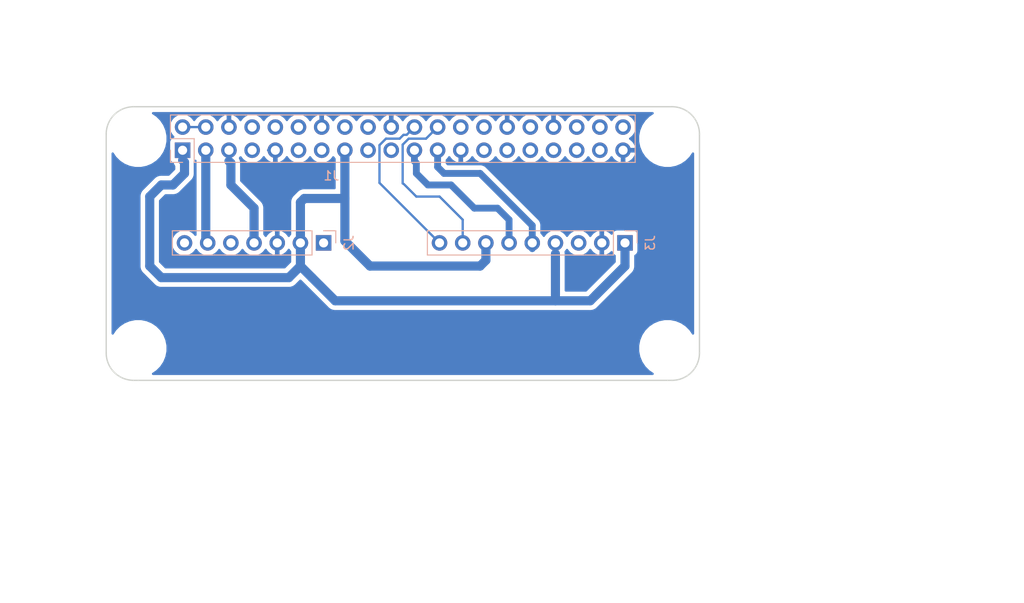
<source format=kicad_pcb>
(kicad_pcb (version 20171130) (host pcbnew "(5.1.4)-1")

  (general
    (thickness 1.6)
    (drawings 19)
    (tracks 68)
    (zones 0)
    (modules 7)
    (nets 34)
  )

  (page A4)
  (title_block
    (title "Raspberry Pi Zero (W) uHAT Template Board")
    (date 2019-02-28)
    (rev 1.0)
    (comment 1 "This PCB design is licensed under MIT Open Source License.")
  )

  (layers
    (0 F.Cu signal)
    (31 B.Cu signal)
    (32 B.Adhes user)
    (33 F.Adhes user)
    (34 B.Paste user)
    (35 F.Paste user)
    (36 B.SilkS user)
    (37 F.SilkS user)
    (38 B.Mask user)
    (39 F.Mask user)
    (40 Dwgs.User user)
    (41 Cmts.User user)
    (42 Eco1.User user)
    (43 Eco2.User user)
    (44 Edge.Cuts user)
    (45 Margin user)
    (46 B.CrtYd user)
    (47 F.CrtYd user)
    (48 B.Fab user hide)
    (49 F.Fab user hide)
  )

  (setup
    (last_trace_width 0.25)
    (trace_clearance 0.2)
    (zone_clearance 0.508)
    (zone_45_only no)
    (trace_min 0.2)
    (via_size 0.8)
    (via_drill 0.4)
    (via_min_size 0.4)
    (via_min_drill 0.3)
    (uvia_size 0.3)
    (uvia_drill 0.1)
    (uvias_allowed no)
    (uvia_min_size 0.2)
    (uvia_min_drill 0.1)
    (edge_width 0.15)
    (segment_width 0.2)
    (pcb_text_width 0.3)
    (pcb_text_size 1.5 1.5)
    (mod_edge_width 0.15)
    (mod_text_size 1 1)
    (mod_text_width 0.15)
    (pad_size 1.524 1.524)
    (pad_drill 0.762)
    (pad_to_mask_clearance 0.051)
    (solder_mask_min_width 0.25)
    (aux_axis_origin 0 0)
    (grid_origin 121.032 94.568)
    (visible_elements 7FFFFFFF)
    (pcbplotparams
      (layerselection 0x010fc_ffffffff)
      (usegerberextensions false)
      (usegerberattributes false)
      (usegerberadvancedattributes false)
      (creategerberjobfile false)
      (excludeedgelayer true)
      (linewidth 0.100000)
      (plotframeref false)
      (viasonmask false)
      (mode 1)
      (useauxorigin false)
      (hpglpennumber 1)
      (hpglpenspeed 20)
      (hpglpendiameter 15.000000)
      (psnegative false)
      (psa4output false)
      (plotreference true)
      (plotvalue true)
      (plotinvisibletext false)
      (padsonsilk false)
      (subtractmaskfromsilk false)
      (outputformat 1)
      (mirror false)
      (drillshape 1)
      (scaleselection 1)
      (outputdirectory ""))
  )

  (net 0 "")
  (net 1 +3V3)
  (net 2 +5V)
  (net 3 /GPIO2_SDA1)
  (net 4 /GPIO3_SCL1)
  (net 5 GND)
  (net 6 /GPIO4_GPIO_GCLK)
  (net 7 /GPIO14_TXD0)
  (net 8 /GPIO15_RXD0)
  (net 9 /GPIO17_GEN0)
  (net 10 /GPIO18_GEN1)
  (net 11 /GPIO27_GEN2)
  (net 12 /GPIO23_GEN4)
  (net 13 /GPIO24_GEN5)
  (net 14 /GPIO9_SPI_MISO)
  (net 15 /GPIO25_GEN6)
  (net 16 /GPIO11_SPI_SCLK)
  (net 17 /GPIO8_SPI_CE0_N)
  (net 18 /GPIO7_SPI_CE1_N)
  (net 19 /ID_SD)
  (net 20 /ID_SC)
  (net 21 /GPIO5)
  (net 22 /GPIO6)
  (net 23 /GPIO12)
  (net 24 /GPIO13)
  (net 25 /GPIO19)
  (net 26 /GPIO16)
  (net 27 /GPIO26)
  (net 28 /GPIO20)
  (net 29 /GPIO21)
  (net 30 "Net-(J2-Pad7)")
  (net 31 "Net-(J2-Pad5)")
  (net 32 "Net-(J2-Pad1)")
  (net 33 "Net-(J3-Pad3)")

  (net_class Default "This is the default net class."
    (clearance 0.2)
    (trace_width 0.25)
    (via_dia 0.8)
    (via_drill 0.4)
    (uvia_dia 0.3)
    (uvia_drill 0.1)
    (add_net +3V3)
    (add_net +5V)
    (add_net /GPIO11_SPI_SCLK)
    (add_net /GPIO12)
    (add_net /GPIO13)
    (add_net /GPIO14_TXD0)
    (add_net /GPIO15_RXD0)
    (add_net /GPIO16)
    (add_net /GPIO17_GEN0)
    (add_net /GPIO18_GEN1)
    (add_net /GPIO19)
    (add_net /GPIO20)
    (add_net /GPIO21)
    (add_net /GPIO23_GEN4)
    (add_net /GPIO24_GEN5)
    (add_net /GPIO25_GEN6)
    (add_net /GPIO26)
    (add_net /GPIO27_GEN2)
    (add_net /GPIO2_SDA1)
    (add_net /GPIO3_SCL1)
    (add_net /GPIO4_GPIO_GCLK)
    (add_net /GPIO5)
    (add_net /GPIO6)
    (add_net /GPIO7_SPI_CE1_N)
    (add_net /GPIO8_SPI_CE0_N)
    (add_net /GPIO9_SPI_MISO)
    (add_net /ID_SC)
    (add_net /ID_SD)
    (add_net GND)
    (add_net "Net-(J2-Pad1)")
    (add_net "Net-(J2-Pad5)")
    (add_net "Net-(J2-Pad7)")
    (add_net "Net-(J3-Pad3)")
  )

  (module Connector_PinSocket_2.54mm:PinSocket_1x09_P2.54mm_Vertical (layer B.Cu) (tedit 5A19A431) (tstamp 5DA58DF6)
    (at 174.372 105.998 90)
    (descr "Through hole straight socket strip, 1x09, 2.54mm pitch, single row (from Kicad 4.0.7), script generated")
    (tags "Through hole socket strip THT 1x09 2.54mm single row")
    (path /5DA5D048)
    (fp_text reference J3 (at 0 2.77 270) (layer B.SilkS)
      (effects (font (size 1 1) (thickness 0.15)) (justify mirror))
    )
    (fp_text value RFM95W_CONNECTOR (at 0 -23.09 270) (layer B.Fab)
      (effects (font (size 1 1) (thickness 0.15)) (justify mirror))
    )
    (fp_line (start -1.27 1.27) (end 0.635 1.27) (layer B.Fab) (width 0.1))
    (fp_line (start 0.635 1.27) (end 1.27 0.635) (layer B.Fab) (width 0.1))
    (fp_line (start 1.27 0.635) (end 1.27 -21.59) (layer B.Fab) (width 0.1))
    (fp_line (start 1.27 -21.59) (end -1.27 -21.59) (layer B.Fab) (width 0.1))
    (fp_line (start -1.27 -21.59) (end -1.27 1.27) (layer B.Fab) (width 0.1))
    (fp_line (start -1.33 -1.27) (end 1.33 -1.27) (layer B.SilkS) (width 0.12))
    (fp_line (start -1.33 -1.27) (end -1.33 -21.65) (layer B.SilkS) (width 0.12))
    (fp_line (start -1.33 -21.65) (end 1.33 -21.65) (layer B.SilkS) (width 0.12))
    (fp_line (start 1.33 -1.27) (end 1.33 -21.65) (layer B.SilkS) (width 0.12))
    (fp_line (start 1.33 1.33) (end 1.33 0) (layer B.SilkS) (width 0.12))
    (fp_line (start 0 1.33) (end 1.33 1.33) (layer B.SilkS) (width 0.12))
    (fp_line (start -1.8 1.8) (end 1.75 1.8) (layer B.CrtYd) (width 0.05))
    (fp_line (start 1.75 1.8) (end 1.75 -22.1) (layer B.CrtYd) (width 0.05))
    (fp_line (start 1.75 -22.1) (end -1.8 -22.1) (layer B.CrtYd) (width 0.05))
    (fp_line (start -1.8 -22.1) (end -1.8 1.8) (layer B.CrtYd) (width 0.05))
    (fp_text user %R (at 0 -10.16) (layer B.Fab)
      (effects (font (size 1 1) (thickness 0.15)) (justify mirror))
    )
    (pad 1 thru_hole rect (at 0 0 90) (size 1.7 1.7) (drill 1) (layers *.Cu *.Mask)
      (net 1 +3V3))
    (pad 2 thru_hole oval (at 0 -2.54 90) (size 1.7 1.7) (drill 1) (layers *.Cu *.Mask)
      (net 5 GND))
    (pad 3 thru_hole oval (at 0 -5.08 90) (size 1.7 1.7) (drill 1) (layers *.Cu *.Mask)
      (net 33 "Net-(J3-Pad3)"))
    (pad 4 thru_hole oval (at 0 -7.62 90) (size 1.7 1.7) (drill 1) (layers *.Cu *.Mask)
      (net 1 +3V3))
    (pad 5 thru_hole oval (at 0 -10.16 90) (size 1.7 1.7) (drill 1) (layers *.Cu *.Mask)
      (net 16 /GPIO11_SPI_SCLK))
    (pad 6 thru_hole oval (at 0 -12.7 90) (size 1.7 1.7) (drill 1) (layers *.Cu *.Mask)
      (net 14 /GPIO9_SPI_MISO))
    (pad 7 thru_hole oval (at 0 -15.24 90) (size 1.7 1.7) (drill 1) (layers *.Cu *.Mask)
      (net 1 +3V3))
    (pad 8 thru_hole oval (at 0 -17.78 90) (size 1.7 1.7) (drill 1) (layers *.Cu *.Mask)
      (net 17 /GPIO8_SPI_CE0_N))
    (pad 9 thru_hole oval (at 0 -20.32 90) (size 1.7 1.7) (drill 1) (layers *.Cu *.Mask)
      (net 15 /GPIO25_GEN6))
    (model ${KISYS3DMOD}/Connector_PinSocket_2.54mm.3dshapes/PinSocket_1x09_P2.54mm_Vertical.wrl
      (at (xyz 0 0 0))
      (scale (xyz 1 1 1))
      (rotate (xyz 0 0 0))
    )
  )

  (module Connector_PinSocket_2.54mm:PinSocket_1x07_P2.54mm_Vertical (layer B.Cu) (tedit 5A19A433) (tstamp 5DA58E48)
    (at 141.352 105.998 90)
    (descr "Through hole straight socket strip, 1x07, 2.54mm pitch, single row (from Kicad 4.0.7), script generated")
    (tags "Through hole socket strip THT 1x07 2.54mm single row")
    (path /5DA5C111)
    (fp_text reference J2 (at 0 2.77 270) (layer B.SilkS)
      (effects (font (size 1 1) (thickness 0.15)) (justify mirror))
    )
    (fp_text value BME680_CONNECTOR (at 0 -18.01 270) (layer B.Fab)
      (effects (font (size 1 1) (thickness 0.15)) (justify mirror))
    )
    (fp_text user %R (at 0 -7.62) (layer B.Fab)
      (effects (font (size 1 1) (thickness 0.15)) (justify mirror))
    )
    (fp_line (start -1.8 -17) (end -1.8 1.8) (layer B.CrtYd) (width 0.05))
    (fp_line (start 1.75 -17) (end -1.8 -17) (layer B.CrtYd) (width 0.05))
    (fp_line (start 1.75 1.8) (end 1.75 -17) (layer B.CrtYd) (width 0.05))
    (fp_line (start -1.8 1.8) (end 1.75 1.8) (layer B.CrtYd) (width 0.05))
    (fp_line (start 0 1.33) (end 1.33 1.33) (layer B.SilkS) (width 0.12))
    (fp_line (start 1.33 1.33) (end 1.33 0) (layer B.SilkS) (width 0.12))
    (fp_line (start 1.33 -1.27) (end 1.33 -16.57) (layer B.SilkS) (width 0.12))
    (fp_line (start -1.33 -16.57) (end 1.33 -16.57) (layer B.SilkS) (width 0.12))
    (fp_line (start -1.33 -1.27) (end -1.33 -16.57) (layer B.SilkS) (width 0.12))
    (fp_line (start -1.33 -1.27) (end 1.33 -1.27) (layer B.SilkS) (width 0.12))
    (fp_line (start -1.27 -16.51) (end -1.27 1.27) (layer B.Fab) (width 0.1))
    (fp_line (start 1.27 -16.51) (end -1.27 -16.51) (layer B.Fab) (width 0.1))
    (fp_line (start 1.27 0.635) (end 1.27 -16.51) (layer B.Fab) (width 0.1))
    (fp_line (start 0.635 1.27) (end 1.27 0.635) (layer B.Fab) (width 0.1))
    (fp_line (start -1.27 1.27) (end 0.635 1.27) (layer B.Fab) (width 0.1))
    (pad 7 thru_hole oval (at 0 -15.24 90) (size 1.7 1.7) (drill 1) (layers *.Cu *.Mask)
      (net 30 "Net-(J2-Pad7)"))
    (pad 6 thru_hole oval (at 0 -12.7 90) (size 1.7 1.7) (drill 1) (layers *.Cu *.Mask)
      (net 3 /GPIO2_SDA1))
    (pad 5 thru_hole oval (at 0 -10.16 90) (size 1.7 1.7) (drill 1) (layers *.Cu *.Mask)
      (net 31 "Net-(J2-Pad5)"))
    (pad 4 thru_hole oval (at 0 -7.62 90) (size 1.7 1.7) (drill 1) (layers *.Cu *.Mask)
      (net 4 /GPIO3_SCL1))
    (pad 3 thru_hole oval (at 0 -5.08 90) (size 1.7 1.7) (drill 1) (layers *.Cu *.Mask)
      (net 5 GND))
    (pad 2 thru_hole oval (at 0 -2.54 90) (size 1.7 1.7) (drill 1) (layers *.Cu *.Mask)
      (net 1 +3V3))
    (pad 1 thru_hole rect (at 0 0 90) (size 1.7 1.7) (drill 1) (layers *.Cu *.Mask)
      (net 32 "Net-(J2-Pad1)"))
    (model ${KISYS3DMOD}/Connector_PinSocket_2.54mm.3dshapes/PinSocket_1x07_P2.54mm_Vertical.wrl
      (at (xyz 0 0 0))
      (scale (xyz 1 1 1))
      (rotate (xyz 0 0 0))
    )
  )

  (module lib:PinSocket_2x20_P2.54mm_Vertical_Centered_Anchor (layer B.Cu) (tedit 5C78E1B8) (tstamp 5C78EB08)
    (at 125.902 95.838 270)
    (descr "Through hole straight socket strip, 2x20, 2.54mm pitch, double cols (from Kicad 4.0.7), script generated")
    (tags "Through hole socket strip THT 2x20 2.54mm double row")
    (path /5C77771F)
    (fp_text reference J1 (at 2.8 -16.3) (layer B.SilkS)
      (effects (font (size 1 1) (thickness 0.15)) (justify mirror))
    )
    (fp_text value GPIO_CONNECTOR (at 2.7 -27.3) (layer B.Fab)
      (effects (font (size 1 1) (thickness 0.15)) (justify mirror))
    )
    (fp_line (start -3.81 1.27) (end 0.27 1.27) (layer B.Fab) (width 0.1))
    (fp_line (start 0.27 1.27) (end 1.27 0.27) (layer B.Fab) (width 0.1))
    (fp_line (start 1.27 0.27) (end 1.27 -49.53) (layer B.Fab) (width 0.1))
    (fp_line (start 1.27 -49.53) (end -3.81 -49.53) (layer B.Fab) (width 0.1))
    (fp_line (start -3.81 -49.53) (end -3.81 1.27) (layer B.Fab) (width 0.1))
    (fp_line (start -3.87 1.33) (end -1.27 1.33) (layer B.SilkS) (width 0.12))
    (fp_line (start -3.87 1.33) (end -3.87 -49.59) (layer B.SilkS) (width 0.12))
    (fp_line (start -3.87 -49.59) (end 1.33 -49.59) (layer B.SilkS) (width 0.12))
    (fp_line (start 1.33 -1.27) (end 1.33 -49.59) (layer B.SilkS) (width 0.12))
    (fp_line (start -1.27 -1.27) (end 1.33 -1.27) (layer B.SilkS) (width 0.12))
    (fp_line (start -1.27 1.33) (end -1.27 -1.27) (layer B.SilkS) (width 0.12))
    (fp_line (start 1.33 1.33) (end 1.33 0) (layer B.SilkS) (width 0.12))
    (fp_line (start 0 1.33) (end 1.33 1.33) (layer B.SilkS) (width 0.12))
    (fp_line (start -4.34 1.8) (end 1.76 1.8) (layer B.CrtYd) (width 0.05))
    (fp_line (start 1.76 1.8) (end 1.76 -50) (layer B.CrtYd) (width 0.05))
    (fp_line (start 1.76 -50) (end -4.34 -50) (layer B.CrtYd) (width 0.05))
    (fp_line (start -4.34 -50) (end -4.34 1.8) (layer B.CrtYd) (width 0.05))
    (fp_text user %R (at 2.8 -18.3 180) (layer B.Fab)
      (effects (font (size 1 1) (thickness 0.15)) (justify mirror))
    )
    (pad 1 thru_hole rect (at 0 0 270) (size 1.7 1.7) (drill 1) (layers *.Cu *.Mask)
      (net 1 +3V3))
    (pad 2 thru_hole oval (at -2.54 0 270) (size 1.7 1.7) (drill 1) (layers *.Cu *.Mask)
      (net 2 +5V))
    (pad 3 thru_hole oval (at 0 -2.54 270) (size 1.7 1.7) (drill 1) (layers *.Cu *.Mask)
      (net 3 /GPIO2_SDA1))
    (pad 4 thru_hole oval (at -2.54 -2.54 270) (size 1.7 1.7) (drill 1) (layers *.Cu *.Mask)
      (net 2 +5V))
    (pad 5 thru_hole oval (at 0 -5.08 270) (size 1.7 1.7) (drill 1) (layers *.Cu *.Mask)
      (net 4 /GPIO3_SCL1))
    (pad 6 thru_hole oval (at -2.54 -5.08 270) (size 1.7 1.7) (drill 1) (layers *.Cu *.Mask)
      (net 5 GND))
    (pad 7 thru_hole oval (at 0 -7.62 270) (size 1.7 1.7) (drill 1) (layers *.Cu *.Mask)
      (net 6 /GPIO4_GPIO_GCLK))
    (pad 8 thru_hole oval (at -2.54 -7.62 270) (size 1.7 1.7) (drill 1) (layers *.Cu *.Mask)
      (net 7 /GPIO14_TXD0))
    (pad 9 thru_hole oval (at 0 -10.16 270) (size 1.7 1.7) (drill 1) (layers *.Cu *.Mask)
      (net 5 GND))
    (pad 10 thru_hole oval (at -2.54 -10.16 270) (size 1.7 1.7) (drill 1) (layers *.Cu *.Mask)
      (net 8 /GPIO15_RXD0))
    (pad 11 thru_hole oval (at 0 -12.7 270) (size 1.7 1.7) (drill 1) (layers *.Cu *.Mask)
      (net 9 /GPIO17_GEN0))
    (pad 12 thru_hole oval (at -2.54 -12.7 270) (size 1.7 1.7) (drill 1) (layers *.Cu *.Mask)
      (net 10 /GPIO18_GEN1))
    (pad 13 thru_hole oval (at 0 -15.24 270) (size 1.7 1.7) (drill 1) (layers *.Cu *.Mask)
      (net 11 /GPIO27_GEN2))
    (pad 14 thru_hole oval (at -2.54 -15.24 270) (size 1.7 1.7) (drill 1) (layers *.Cu *.Mask)
      (net 5 GND))
    (pad 15 thru_hole oval (at 0 -17.78 270) (size 1.7 1.7) (drill 1) (layers *.Cu *.Mask)
      (net 1 +3V3))
    (pad 16 thru_hole oval (at -2.54 -17.78 270) (size 1.7 1.7) (drill 1) (layers *.Cu *.Mask)
      (net 12 /GPIO23_GEN4))
    (pad 17 thru_hole oval (at 0 -20.32 270) (size 1.7 1.7) (drill 1) (layers *.Cu *.Mask)
      (net 1 +3V3))
    (pad 18 thru_hole oval (at -2.54 -20.32 270) (size 1.7 1.7) (drill 1) (layers *.Cu *.Mask)
      (net 13 /GPIO24_GEN5))
    (pad 19 thru_hole oval (at 0 -22.86 270) (size 1.7 1.7) (drill 1) (layers *.Cu *.Mask)
      (net 1 +3V3))
    (pad 20 thru_hole oval (at -2.54 -22.86 270) (size 1.7 1.7) (drill 1) (layers *.Cu *.Mask)
      (net 5 GND))
    (pad 21 thru_hole oval (at 0 -25.4 270) (size 1.7 1.7) (drill 1) (layers *.Cu *.Mask)
      (net 14 /GPIO9_SPI_MISO))
    (pad 22 thru_hole oval (at -2.54 -25.4 270) (size 1.7 1.7) (drill 1) (layers *.Cu *.Mask)
      (net 15 /GPIO25_GEN6))
    (pad 23 thru_hole oval (at 0 -27.94 270) (size 1.7 1.7) (drill 1) (layers *.Cu *.Mask)
      (net 16 /GPIO11_SPI_SCLK))
    (pad 24 thru_hole oval (at -2.54 -27.94 270) (size 1.7 1.7) (drill 1) (layers *.Cu *.Mask)
      (net 17 /GPIO8_SPI_CE0_N))
    (pad 25 thru_hole oval (at 0 -30.48 270) (size 1.7 1.7) (drill 1) (layers *.Cu *.Mask)
      (net 5 GND))
    (pad 26 thru_hole oval (at -2.54 -30.48 270) (size 1.7 1.7) (drill 1) (layers *.Cu *.Mask)
      (net 18 /GPIO7_SPI_CE1_N))
    (pad 27 thru_hole oval (at 0 -33.02 270) (size 1.7 1.7) (drill 1) (layers *.Cu *.Mask)
      (net 19 /ID_SD))
    (pad 28 thru_hole oval (at -2.54 -33.02 270) (size 1.7 1.7) (drill 1) (layers *.Cu *.Mask)
      (net 20 /ID_SC))
    (pad 29 thru_hole oval (at 0 -35.56 270) (size 1.7 1.7) (drill 1) (layers *.Cu *.Mask)
      (net 21 /GPIO5))
    (pad 30 thru_hole oval (at -2.54 -35.56 270) (size 1.7 1.7) (drill 1) (layers *.Cu *.Mask)
      (net 5 GND))
    (pad 31 thru_hole oval (at 0 -38.1 270) (size 1.7 1.7) (drill 1) (layers *.Cu *.Mask)
      (net 22 /GPIO6))
    (pad 32 thru_hole oval (at -2.54 -38.1 270) (size 1.7 1.7) (drill 1) (layers *.Cu *.Mask)
      (net 23 /GPIO12))
    (pad 33 thru_hole oval (at 0 -40.64 270) (size 1.7 1.7) (drill 1) (layers *.Cu *.Mask)
      (net 24 /GPIO13))
    (pad 34 thru_hole oval (at -2.54 -40.64 270) (size 1.7 1.7) (drill 1) (layers *.Cu *.Mask)
      (net 5 GND))
    (pad 35 thru_hole oval (at 0 -43.18 270) (size 1.7 1.7) (drill 1) (layers *.Cu *.Mask)
      (net 25 /GPIO19))
    (pad 36 thru_hole oval (at -2.54 -43.18 270) (size 1.7 1.7) (drill 1) (layers *.Cu *.Mask)
      (net 26 /GPIO16))
    (pad 37 thru_hole oval (at 0 -45.72 270) (size 1.7 1.7) (drill 1) (layers *.Cu *.Mask)
      (net 27 /GPIO26))
    (pad 38 thru_hole oval (at -2.54 -45.72 270) (size 1.7 1.7) (drill 1) (layers *.Cu *.Mask)
      (net 28 /GPIO20))
    (pad 39 thru_hole oval (at 0 -48.26 270) (size 1.7 1.7) (drill 1) (layers *.Cu *.Mask)
      (net 5 GND))
    (pad 40 thru_hole oval (at -2.54 -48.26 270) (size 1.7 1.7) (drill 1) (layers *.Cu *.Mask)
      (net 29 /GPIO21))
    (model ${KISYS3DMOD}/Connector_PinSocket_2.54mm.3dshapes/PinSocket_2x20_P2.54mm_Vertical.wrl
      (at (xyz 0 0 0))
      (scale (xyz 1 1 1))
      (rotate (xyz 0 0 0))
    )
  )

  (module lib:MountingHole_2.7mm_M2.5_uHAT_RPi locked (layer F.Cu) (tedit 5C78B840) (tstamp 5C78BBE2)
    (at 121.032 94.568)
    (descr "Mounting Hole 2.7mm, no annular, M2.5")
    (tags "mounting hole 2.7mm no annular m2.5")
    (path /5C7C4C81)
    (attr virtual)
    (fp_text reference H1 (at 0 -3.7) (layer F.SilkS) hide
      (effects (font (size 1 1) (thickness 0.15)))
    )
    (fp_text value MountingHole (at 0 3.7) (layer F.Fab) hide
      (effects (font (size 1 1) (thickness 0.15)))
    )
    (fp_text user %R (at 0.3 0) (layer F.Fab)
      (effects (font (size 1 1) (thickness 0.15)))
    )
    (fp_circle (center 0 0) (end 2.7 0) (layer Cmts.User) (width 0.15))
    (fp_circle (center 0 0) (end 2.95 0) (layer F.CrtYd) (width 0.05))
    (pad "" np_thru_hole circle (at 0 0) (size 2.7 2.7) (drill 2.7) (layers *.Cu *.Mask)
      (clearance 1.75))
  )

  (module lib:MountingHole_2.7mm_M2.5_uHAT_RPi locked (layer F.Cu) (tedit 5C78B867) (tstamp 5C78BBE9)
    (at 179.032 94.568)
    (descr "Mounting Hole 2.7mm, no annular, M2.5")
    (tags "mounting hole 2.7mm no annular m2.5")
    (path /5C7C7FBC)
    (attr virtual)
    (fp_text reference H2 (at 0 -3.7) (layer F.SilkS) hide
      (effects (font (size 1 1) (thickness 0.15)))
    )
    (fp_text value MountingHole (at 0 3.7) (layer F.Fab) hide
      (effects (font (size 1 1) (thickness 0.15)))
    )
    (fp_circle (center 0 0) (end 2.95 0) (layer F.CrtYd) (width 0.05))
    (fp_circle (center 0 0) (end 2.7 0) (layer Cmts.User) (width 0.15))
    (fp_text user %R (at 0.3 0) (layer F.Fab)
      (effects (font (size 1 1) (thickness 0.15)))
    )
    (pad "" np_thru_hole circle (at 0 0) (size 2.7 2.7) (drill 2.7) (layers *.Cu *.Mask)
      (clearance 1.75))
  )

  (module lib:MountingHole_2.7mm_M2.5_uHAT_RPi locked (layer F.Cu) (tedit 5C78B860) (tstamp 5C78BBF0)
    (at 179.032 117.568)
    (descr "Mounting Hole 2.7mm, no annular, M2.5")
    (tags "mounting hole 2.7mm no annular m2.5")
    (path /5C7C8014)
    (attr virtual)
    (fp_text reference H3 (at 0 -3.7) (layer F.SilkS) hide
      (effects (font (size 1 1) (thickness 0.15)))
    )
    (fp_text value MountingHole (at 0 3.7) (layer F.Fab) hide
      (effects (font (size 1 1) (thickness 0.15)))
    )
    (fp_text user %R (at 0.3 0) (layer F.Fab)
      (effects (font (size 1 1) (thickness 0.15)))
    )
    (fp_circle (center 0 0) (end 2.7 0) (layer Cmts.User) (width 0.15))
    (fp_circle (center 0 0) (end 2.95 0) (layer F.CrtYd) (width 0.05))
    (pad "" np_thru_hole circle (at 0 0) (size 2.7 2.7) (drill 2.7) (layers *.Cu *.Mask)
      (clearance 1.75))
  )

  (module lib:MountingHole_2.7mm_M2.5_uHAT_RPi locked (layer F.Cu) (tedit 5C78B845) (tstamp 5C78BBF7)
    (at 121.032 117.568)
    (descr "Mounting Hole 2.7mm, no annular, M2.5")
    (tags "mounting hole 2.7mm no annular m2.5")
    (path /5C7C8030)
    (attr virtual)
    (fp_text reference H4 (at 0 -3.7) (layer F.SilkS) hide
      (effects (font (size 1 1) (thickness 0.15)))
    )
    (fp_text value MountingHole (at 0 3.7) (layer F.Fab) hide
      (effects (font (size 1 1) (thickness 0.15)))
    )
    (fp_circle (center 0 0) (end 2.95 0) (layer F.CrtYd) (width 0.05))
    (fp_circle (center 0 0) (end 2.7 0) (layer Cmts.User) (width 0.15))
    (fp_text user %R (at 0.3 0) (layer F.Fab)
      (effects (font (size 1 1) (thickness 0.15)))
    )
    (pad "" np_thru_hole circle (at 0 0) (size 2.7 2.7) (drill 2.7) (layers *.Cu *.Mask)
      (clearance 1.75))
  )

  (gr_text "Board dimensions are on Cmts (Comments) layer. \nDeselect it in Layers Manager to make them invisible.\n\nGPIO connector nets are not connected, these will get \nupdated as per your schematic/netlist." (at 120.524 139.272) (layer Cmts.User)
    (effects (font (size 1.5 1.5) (thickness 0.3)) (justify left))
  )
  (gr_text "Board Corner Radius = 3mm\nAll holes are M2.5" (at 184.278 87.202) (layer Cmts.User)
    (effects (font (size 1.5 1.5) (thickness 0.3)) (justify left))
  )
  (dimension 6.2 (width 0.3) (layer Cmts.User)
    (gr_text "6.200 mm" (at 179.032 129.268) (layer Cmts.User)
      (effects (font (size 1.5 1.5) (thickness 0.3)))
    )
    (feature1 (pts (xy 182.132 117.568) (xy 182.132 127.754421)))
    (feature2 (pts (xy 175.932 117.568) (xy 175.932 127.754421)))
    (crossbar (pts (xy 175.932 127.168) (xy 182.132 127.168)))
    (arrow1a (pts (xy 182.132 127.168) (xy 181.005496 127.754421)))
    (arrow1b (pts (xy 182.132 127.168) (xy 181.005496 126.581579)))
    (arrow2a (pts (xy 175.932 127.168) (xy 177.058504 127.754421)))
    (arrow2b (pts (xy 175.932 127.168) (xy 177.058504 126.581579)))
  )
  (dimension 3.5 (width 0.3) (layer Cmts.User)
    (gr_text "3.500 mm" (at 111.432 119.318 270) (layer Cmts.User)
      (effects (font (size 1.5 1.5) (thickness 0.3)))
    )
    (feature1 (pts (xy 121.032 121.068) (xy 112.945579 121.068)))
    (feature2 (pts (xy 121.032 117.568) (xy 112.945579 117.568)))
    (crossbar (pts (xy 113.532 117.568) (xy 113.532 121.068)))
    (arrow1a (pts (xy 113.532 121.068) (xy 112.945579 119.941496)))
    (arrow1b (pts (xy 113.532 121.068) (xy 114.118421 119.941496)))
    (arrow2a (pts (xy 113.532 117.568) (xy 112.945579 118.694504)))
    (arrow2b (pts (xy 113.532 117.568) (xy 114.118421 118.694504)))
  )
  (dimension 3.5 (width 0.3) (layer Cmts.User)
    (gr_text "3.500 mm" (at 119.282 125.668) (layer Cmts.User)
      (effects (font (size 1.5 1.5) (thickness 0.3)))
    )
    (feature1 (pts (xy 117.532 117.568) (xy 117.532 124.154421)))
    (feature2 (pts (xy 121.032 117.568) (xy 121.032 124.154421)))
    (crossbar (pts (xy 121.032 123.568) (xy 117.532 123.568)))
    (arrow1a (pts (xy 117.532 123.568) (xy 118.658504 122.981579)))
    (arrow1b (pts (xy 117.532 123.568) (xy 118.658504 124.154421)))
    (arrow2a (pts (xy 121.032 123.568) (xy 119.905496 122.981579)))
    (arrow2b (pts (xy 121.032 123.568) (xy 119.905496 124.154421)))
  )
  (dimension 30 (width 0.3) (layer Cmts.User)
    (gr_text "30.000 mm" (at 194.132 106.068 270) (layer Cmts.User)
      (effects (font (size 1.5 1.5) (thickness 0.3)))
    )
    (feature1 (pts (xy 179.032 121.068) (xy 192.618421 121.068)))
    (feature2 (pts (xy 179.032 91.068) (xy 192.618421 91.068)))
    (crossbar (pts (xy 192.032 91.068) (xy 192.032 121.068)))
    (arrow1a (pts (xy 192.032 121.068) (xy 191.445579 119.941496)))
    (arrow1b (pts (xy 192.032 121.068) (xy 192.618421 119.941496)))
    (arrow2a (pts (xy 192.032 91.068) (xy 191.445579 92.194504)))
    (arrow2b (pts (xy 192.032 91.068) (xy 192.618421 92.194504)))
  )
  (dimension 23 (width 0.3) (layer Cmts.User)
    (gr_text "23.000 mm" (at 188.632 106.068 270) (layer Cmts.User)
      (effects (font (size 1.5 1.5) (thickness 0.3)))
    )
    (feature1 (pts (xy 179.032 117.568) (xy 187.118421 117.568)))
    (feature2 (pts (xy 179.032 94.568) (xy 187.118421 94.568)))
    (crossbar (pts (xy 186.532 94.568) (xy 186.532 117.568)))
    (arrow1a (pts (xy 186.532 117.568) (xy 185.945579 116.441496)))
    (arrow1b (pts (xy 186.532 117.568) (xy 187.118421 116.441496)))
    (arrow2a (pts (xy 186.532 94.568) (xy 185.945579 95.694504)))
    (arrow2b (pts (xy 186.532 94.568) (xy 187.118421 95.694504)))
  )
  (dimension 65 (width 0.3) (layer Cmts.User)
    (gr_text "65.000 mm" (at 150.032 80.468) (layer Cmts.User)
      (effects (font (size 1.5 1.5) (thickness 0.3)))
    )
    (feature1 (pts (xy 182.532 94.568) (xy 182.532 81.981579)))
    (feature2 (pts (xy 117.532 94.568) (xy 117.532 81.981579)))
    (crossbar (pts (xy 117.532 82.568) (xy 182.532 82.568)))
    (arrow1a (pts (xy 182.532 82.568) (xy 181.405496 83.154421)))
    (arrow1b (pts (xy 182.532 82.568) (xy 181.405496 81.981579)))
    (arrow2a (pts (xy 117.532 82.568) (xy 118.658504 83.154421)))
    (arrow2b (pts (xy 117.532 82.568) (xy 118.658504 81.981579)))
  )
  (dimension 58 (width 0.3) (layer Cmts.User)
    (gr_text "58.000 mm" (at 150.032 84.968) (layer Cmts.User)
      (effects (font (size 1.5 1.5) (thickness 0.3)))
    )
    (feature1 (pts (xy 179.032 94.568) (xy 179.032 86.481579)))
    (feature2 (pts (xy 121.032 94.568) (xy 121.032 86.481579)))
    (crossbar (pts (xy 121.032 87.068) (xy 179.032 87.068)))
    (arrow1a (pts (xy 179.032 87.068) (xy 177.905496 87.654421)))
    (arrow1b (pts (xy 179.032 87.068) (xy 177.905496 86.481579)))
    (arrow2a (pts (xy 121.032 87.068) (xy 122.158504 87.654421)))
    (arrow2b (pts (xy 121.032 87.068) (xy 122.158504 86.481579)))
  )
  (gr_line (start 121.032 121.068) (end 120.532 121.068) (layer Edge.Cuts) (width 0.15) (tstamp 5C77FCD3))
  (gr_line (start 179.032 121.068) (end 179.532 121.068) (layer Edge.Cuts) (width 0.15) (tstamp 5C77FCD0))
  (gr_line (start 182.532 94.068) (end 182.532 118.068) (layer Edge.Cuts) (width 0.15) (tstamp 5C77FCCD))
  (gr_line (start 120.532 91.068) (end 179.532 91.068) (layer Edge.Cuts) (width 0.15) (tstamp 5C77FCCA))
  (gr_line (start 117.532 118.068) (end 117.532 94.068) (layer Edge.Cuts) (width 0.15) (tstamp 5C77FCC7))
  (gr_arc (start 120.532 94.068) (end 120.532 91.068) (angle -90) (layer Edge.Cuts) (width 0.15) (tstamp 5C77FCC4))
  (gr_arc (start 120.532 118.068) (end 117.532 118.068) (angle -90) (layer Edge.Cuts) (width 0.15) (tstamp 5C77FCC1))
  (gr_arc (start 179.532 118.068) (end 179.532 121.068) (angle -90) (layer Edge.Cuts) (width 0.15) (tstamp 5C77FCBE))
  (gr_arc (start 179.532 94.068) (end 182.532 94.068) (angle -90) (layer Edge.Cuts) (width 0.15) (tstamp 5C77FCBB))
  (gr_line (start 121.032 121.068) (end 179.032 121.068) (layer Edge.Cuts) (width 0.15) (tstamp 5C77FCB8))

  (segment (start 125.902 96.938) (end 126.112 97.148) (width 1) (layer B.Cu) (net 1))
  (segment (start 125.902 95.838) (end 125.902 96.938) (width 0.25) (layer B.Cu) (net 1) (status 10))
  (segment (start 126.112 97.148) (end 126.112 98.378) (width 1) (layer B.Cu) (net 1))
  (segment (start 126.112 98.378) (end 124.842 99.648) (width 1) (layer B.Cu) (net 1))
  (segment (start 124.842 99.648) (end 123.572 99.648) (width 1) (layer B.Cu) (net 1))
  (segment (start 123.572 99.648) (end 122.302 100.918) (width 1) (layer B.Cu) (net 1))
  (segment (start 122.302 100.918) (end 122.302 108.538) (width 1) (layer B.Cu) (net 1))
  (segment (start 122.302 108.538) (end 123.572 109.808) (width 1) (layer B.Cu) (net 1))
  (segment (start 123.572 109.808) (end 137.542 109.808) (width 1) (layer B.Cu) (net 1))
  (segment (start 137.542 109.808) (end 138.812 108.538) (width 1) (layer B.Cu) (net 1))
  (segment (start 140.082 109.808) (end 138.812 108.538) (width 1) (layer B.Cu) (net 1))
  (segment (start 174.372 105.998) (end 174.372 108.538) (width 1) (layer B.Cu) (net 1) (status 10))
  (segment (start 138.812 108.538) (end 138.812 105.998) (width 1) (layer B.Cu) (net 1) (status 20))
  (segment (start 138.812 105.998) (end 138.812 101.553) (width 1) (layer B.Cu) (net 1))
  (segment (start 170.562 112.348) (end 174.372 108.538) (width 1) (layer B.Cu) (net 1))
  (segment (start 140.082 109.808) (end 142.622 112.348) (width 1) (layer B.Cu) (net 1))
  (segment (start 174.372 108.538) (end 171.197 111.713) (width 1) (layer B.Cu) (net 1))
  (segment (start 125.902 93.298) (end 128.442 93.298) (width 0.25) (layer B.Cu) (net 2) (status 30))
  (segment (start 128.442 105.788) (end 128.652 105.998) (width 0.25) (layer B.Cu) (net 3) (status 30))
  (segment (start 128.442 95.838) (end 128.442 105.788) (width 1) (layer B.Cu) (net 3) (status 30))
  (segment (start 130.982 97.040081) (end 131.192 97.250081) (width 1) (layer B.Cu) (net 4))
  (segment (start 130.982 95.838) (end 130.982 97.040081) (width 0.25) (layer B.Cu) (net 4) (status 10))
  (segment (start 131.192 97.250081) (end 131.192 99.648) (width 1) (layer B.Cu) (net 4))
  (segment (start 133.732 102.188) (end 133.732 105.998) (width 1) (layer B.Cu) (net 4) (status 20))
  (segment (start 131.192 99.648) (end 133.732 102.188) (width 1) (layer B.Cu) (net 4))
  (segment (start 136.272 96.048) (end 136.062 95.838) (width 0.25) (layer B.Cu) (net 5) (status 30))
  (segment (start 135.261002 95.838) (end 136.062 95.838) (width 0.25) (layer B.Cu) (net 5) (status 30))
  (segment (start 146.432 108.538) (end 143.682 105.788) (width 1) (layer B.Cu) (net 1))
  (segment (start 159.132 105.998) (end 159.132 107.903) (width 1) (layer B.Cu) (net 1))
  (segment (start 159.132 107.903) (end 158.497 108.538) (width 1) (layer B.Cu) (net 1))
  (segment (start 158.497 108.538) (end 146.432 108.538) (width 1) (layer B.Cu) (net 1))
  (segment (start 139.237 101.128) (end 138.812 101.553) (width 1) (layer B.Cu) (net 1))
  (segment (start 143.682 101.128) (end 139.237 101.128) (width 1) (layer B.Cu) (net 1))
  (segment (start 143.682 101.128) (end 143.682 95.838) (width 1) (layer B.Cu) (net 1))
  (segment (start 143.682 105.788) (end 143.682 101.128) (width 1) (layer B.Cu) (net 1))
  (segment (start 166.752 107.200081) (end 166.752 112.348) (width 1) (layer B.Cu) (net 1))
  (segment (start 166.752 105.998) (end 166.752 107.200081) (width 0.25) (layer B.Cu) (net 1))
  (segment (start 142.622 112.348) (end 166.752 112.348) (width 1) (layer B.Cu) (net 1))
  (segment (start 166.752 112.348) (end 170.562 112.348) (width 1) (layer B.Cu) (net 1))
  (segment (start 151.302 97.040081) (end 151.512 97.250081) (width 0.75) (layer B.Cu) (net 14))
  (segment (start 151.302 95.838) (end 151.302 97.040081) (width 0.75) (layer B.Cu) (net 14) (status 10))
  (segment (start 151.512 97.250081) (end 151.512 98.378) (width 0.75) (layer B.Cu) (net 14))
  (segment (start 151.512 98.378) (end 152.782 99.648) (width 0.75) (layer B.Cu) (net 14))
  (segment (start 152.782 99.648) (end 155.322 99.648) (width 0.75) (layer B.Cu) (net 14))
  (segment (start 155.322 99.648) (end 157.862 102.188) (width 0.75) (layer B.Cu) (net 14))
  (segment (start 157.862 102.188) (end 160.402 102.188) (width 0.75) (layer B.Cu) (net 14))
  (segment (start 161.672 103.458) (end 161.672 105.998) (width 0.75) (layer B.Cu) (net 14) (status 20))
  (segment (start 160.402 102.188) (end 161.672 103.458) (width 0.75) (layer B.Cu) (net 14))
  (segment (start 147.4734 99.4194) (end 154.052 105.998) (width 0.25) (layer B.Cu) (net 15))
  (segment (start 147.4734 95.2792) (end 147.4734 99.4194) (width 0.25) (layer B.Cu) (net 15))
  (segment (start 150.452001 94.147999) (end 150.103201 94.147999) (width 0.25) (layer B.Cu) (net 15))
  (segment (start 151.302 93.298) (end 150.452001 94.147999) (width 0.25) (layer B.Cu) (net 15))
  (segment (start 150.103201 94.147999) (end 149.6832 94.568) (width 0.25) (layer B.Cu) (net 15))
  (segment (start 148.1846 94.568) (end 147.4734 95.2792) (width 0.25) (layer B.Cu) (net 15))
  (segment (start 149.6832 94.568) (end 148.1846 94.568) (width 0.25) (layer B.Cu) (net 15))
  (segment (start 164.212 104.093) (end 164.212 106.633) (width 0.75) (layer B.Cu) (net 16))
  (segment (start 153.842 97.675081) (end 154.544919 98.378) (width 0.75) (layer B.Cu) (net 16))
  (segment (start 154.544919 98.378) (end 158.497 98.378) (width 0.75) (layer B.Cu) (net 16))
  (segment (start 158.497 98.378) (end 164.212 104.093) (width 0.75) (layer B.Cu) (net 16))
  (segment (start 153.842 97.675081) (end 153.842 95.838) (width 0.75) (layer B.Cu) (net 16))
  (segment (start 156.592 103.458) (end 156.592 105.998) (width 0.25) (layer B.Cu) (net 17) (status 20))
  (segment (start 151.512 100.918) (end 154.052 100.918) (width 0.25) (layer B.Cu) (net 17))
  (segment (start 154.052 100.918) (end 156.592 103.458) (width 0.25) (layer B.Cu) (net 17))
  (segment (start 150.126999 99.532999) (end 151.512 100.918) (width 0.25) (layer B.Cu) (net 17))
  (segment (start 150.0134 95.2284) (end 150.0134 99.4874) (width 0.25) (layer B.Cu) (net 17))
  (segment (start 150.6738 94.568) (end 150.0134 95.2284) (width 0.25) (layer B.Cu) (net 17))
  (segment (start 152.572 94.568) (end 153.842 93.298) (width 0.25) (layer B.Cu) (net 17))
  (segment (start 150.6738 94.568) (end 152.572 94.568) (width 0.25) (layer B.Cu) (net 17))

  (zone (net 5) (net_name GND) (layer B.Cu) (tstamp 0) (hatch edge 0.508)
    (connect_pads (clearance 0.508))
    (min_thickness 0.254)
    (fill yes (arc_segments 32) (thermal_gap 0.508) (thermal_bridge_width 0.508))
    (polygon
      (pts
        (xy 115.952 90.758) (xy 183.262 90.758) (xy 183.262 122.508) (xy 115.952 122.508)
      )
    )
    (filled_polygon
      (pts
        (xy 176.974907 92.061425) (xy 176.525425 92.510907) (xy 176.17227 93.039442) (xy 175.929012 93.626719) (xy 175.805 94.250168)
        (xy 175.805 94.885832) (xy 175.929012 95.509281) (xy 176.17227 96.096558) (xy 176.525425 96.625093) (xy 176.974907 97.074575)
        (xy 177.503442 97.42773) (xy 178.090719 97.670988) (xy 178.714168 97.795) (xy 179.349832 97.795) (xy 179.973281 97.670988)
        (xy 180.560558 97.42773) (xy 181.089093 97.074575) (xy 181.538575 96.625093) (xy 181.822 96.200916) (xy 181.822001 115.935085)
        (xy 181.538575 115.510907) (xy 181.089093 115.061425) (xy 180.560558 114.70827) (xy 179.973281 114.465012) (xy 179.349832 114.341)
        (xy 178.714168 114.341) (xy 178.090719 114.465012) (xy 177.503442 114.70827) (xy 176.974907 115.061425) (xy 176.525425 115.510907)
        (xy 176.17227 116.039442) (xy 175.929012 116.626719) (xy 175.805 117.250168) (xy 175.805 117.885832) (xy 175.929012 118.509281)
        (xy 176.17227 119.096558) (xy 176.525425 119.625093) (xy 176.974907 120.074575) (xy 177.399083 120.358) (xy 122.664917 120.358)
        (xy 123.089093 120.074575) (xy 123.538575 119.625093) (xy 123.89173 119.096558) (xy 124.134988 118.509281) (xy 124.259 117.885832)
        (xy 124.259 117.250168) (xy 124.134988 116.626719) (xy 123.89173 116.039442) (xy 123.538575 115.510907) (xy 123.089093 115.061425)
        (xy 122.560558 114.70827) (xy 121.973281 114.465012) (xy 121.349832 114.341) (xy 120.714168 114.341) (xy 120.090719 114.465012)
        (xy 119.503442 114.70827) (xy 118.974907 115.061425) (xy 118.525425 115.510907) (xy 118.242 115.935083) (xy 118.242 100.918)
        (xy 121.161509 100.918) (xy 121.167 100.973752) (xy 121.167001 108.482239) (xy 121.161509 108.538) (xy 121.183423 108.760498)
        (xy 121.248324 108.974446) (xy 121.285959 109.044856) (xy 121.353717 109.171623) (xy 121.495552 109.344449) (xy 121.53886 109.379991)
        (xy 122.730008 110.57114) (xy 122.765551 110.614449) (xy 122.938377 110.756284) (xy 123.135553 110.861676) (xy 123.299705 110.911471)
        (xy 123.3495 110.926577) (xy 123.370493 110.928644) (xy 123.516248 110.943) (xy 123.516255 110.943) (xy 123.571999 110.94849)
        (xy 123.627743 110.943) (xy 137.486249 110.943) (xy 137.542 110.948491) (xy 137.597751 110.943) (xy 137.597752 110.943)
        (xy 137.764499 110.926577) (xy 137.978447 110.861676) (xy 138.175623 110.756284) (xy 138.348449 110.614449) (xy 138.383996 110.571135)
        (xy 138.812 110.143132) (xy 139.318856 110.649988) (xy 139.318861 110.649992) (xy 141.780009 113.111141) (xy 141.815551 113.154449)
        (xy 141.988377 113.296284) (xy 142.185553 113.401676) (xy 142.399501 113.466577) (xy 142.566248 113.483) (xy 142.566257 113.483)
        (xy 142.621999 113.48849) (xy 142.677741 113.483) (xy 166.696249 113.483) (xy 166.752 113.488491) (xy 166.807752 113.483)
        (xy 170.506249 113.483) (xy 170.562 113.488491) (xy 170.617751 113.483) (xy 170.617752 113.483) (xy 170.784499 113.466577)
        (xy 170.998447 113.401676) (xy 171.195623 113.296284) (xy 171.368449 113.154449) (xy 171.403996 113.111135) (xy 175.135146 109.379987)
        (xy 175.178449 109.344449) (xy 175.21399 109.301143) (xy 175.320284 109.171623) (xy 175.425676 108.974447) (xy 175.490577 108.760499)
        (xy 175.512491 108.538) (xy 175.507 108.482248) (xy 175.507 107.415683) (xy 175.576494 107.378537) (xy 175.673185 107.299185)
        (xy 175.752537 107.202494) (xy 175.811502 107.09218) (xy 175.847812 106.972482) (xy 175.860072 106.848) (xy 175.860072 105.148)
        (xy 175.847812 105.023518) (xy 175.811502 104.90382) (xy 175.752537 104.793506) (xy 175.673185 104.696815) (xy 175.576494 104.617463)
        (xy 175.46618 104.558498) (xy 175.346482 104.522188) (xy 175.222 104.509928) (xy 173.522 104.509928) (xy 173.397518 104.522188)
        (xy 173.27782 104.558498) (xy 173.167506 104.617463) (xy 173.070815 104.696815) (xy 172.991463 104.793506) (xy 172.932498 104.90382)
        (xy 172.908034 104.984466) (xy 172.832269 104.900412) (xy 172.59892 104.726359) (xy 172.336099 104.601175) (xy 172.18889 104.556524)
        (xy 171.959 104.677845) (xy 171.959 105.871) (xy 171.979 105.871) (xy 171.979 106.125) (xy 171.959 106.125)
        (xy 171.959 107.318155) (xy 172.18889 107.439476) (xy 172.336099 107.394825) (xy 172.59892 107.269641) (xy 172.832269 107.095588)
        (xy 172.908034 107.011534) (xy 172.932498 107.09218) (xy 172.991463 107.202494) (xy 173.070815 107.299185) (xy 173.167506 107.378537)
        (xy 173.237001 107.415683) (xy 173.237001 108.067866) (xy 170.091869 111.213) (xy 167.887 111.213) (xy 167.887 107.144329)
        (xy 167.870577 106.977582) (xy 167.870189 106.976302) (xy 167.992706 106.827014) (xy 168.022 106.772209) (xy 168.051294 106.827014)
        (xy 168.236866 107.053134) (xy 168.462986 107.238706) (xy 168.720966 107.376599) (xy 169.000889 107.461513) (xy 169.21905 107.483)
        (xy 169.36495 107.483) (xy 169.583111 107.461513) (xy 169.863034 107.376599) (xy 170.121014 107.238706) (xy 170.347134 107.053134)
        (xy 170.532706 106.827014) (xy 170.567201 106.762477) (xy 170.636822 106.879355) (xy 170.831731 107.095588) (xy 171.06508 107.269641)
        (xy 171.327901 107.394825) (xy 171.47511 107.439476) (xy 171.705 107.318155) (xy 171.705 106.125) (xy 171.685 106.125)
        (xy 171.685 105.871) (xy 171.705 105.871) (xy 171.705 104.677845) (xy 171.47511 104.556524) (xy 171.327901 104.601175)
        (xy 171.06508 104.726359) (xy 170.831731 104.900412) (xy 170.636822 105.116645) (xy 170.567201 105.233523) (xy 170.532706 105.168986)
        (xy 170.347134 104.942866) (xy 170.121014 104.757294) (xy 169.863034 104.619401) (xy 169.583111 104.534487) (xy 169.36495 104.513)
        (xy 169.21905 104.513) (xy 169.000889 104.534487) (xy 168.720966 104.619401) (xy 168.462986 104.757294) (xy 168.236866 104.942866)
        (xy 168.051294 105.168986) (xy 168.022 105.223791) (xy 167.992706 105.168986) (xy 167.807134 104.942866) (xy 167.581014 104.757294)
        (xy 167.323034 104.619401) (xy 167.043111 104.534487) (xy 166.82495 104.513) (xy 166.67905 104.513) (xy 166.460889 104.534487)
        (xy 166.180966 104.619401) (xy 165.922986 104.757294) (xy 165.696866 104.942866) (xy 165.511294 105.168986) (xy 165.482 105.223791)
        (xy 165.452706 105.168986) (xy 165.267134 104.942866) (xy 165.222 104.905825) (xy 165.222 104.142608) (xy 165.226886 104.093)
        (xy 165.207385 103.895005) (xy 165.149632 103.70462) (xy 165.055847 103.52916) (xy 164.929633 103.375367) (xy 164.8911 103.343744)
        (xy 159.246261 97.698906) (xy 159.214633 97.660367) (xy 159.06084 97.534153) (xy 158.88538 97.440368) (xy 158.694994 97.382615)
        (xy 158.546608 97.368) (xy 158.497 97.363114) (xy 158.447392 97.368) (xy 154.963275 97.368) (xy 154.852 97.256726)
        (xy 154.852 96.930175) (xy 154.897134 96.893134) (xy 155.082706 96.667014) (xy 155.117201 96.602477) (xy 155.186822 96.719355)
        (xy 155.381731 96.935588) (xy 155.61508 97.109641) (xy 155.877901 97.234825) (xy 156.02511 97.279476) (xy 156.255 97.158155)
        (xy 156.255 95.965) (xy 156.235 95.965) (xy 156.235 95.711) (xy 156.255 95.711) (xy 156.255 95.691)
        (xy 156.509 95.691) (xy 156.509 95.711) (xy 156.529 95.711) (xy 156.529 95.965) (xy 156.509 95.965)
        (xy 156.509 97.158155) (xy 156.73889 97.279476) (xy 156.886099 97.234825) (xy 157.14892 97.109641) (xy 157.382269 96.935588)
        (xy 157.577178 96.719355) (xy 157.646799 96.602477) (xy 157.681294 96.667014) (xy 157.866866 96.893134) (xy 158.092986 97.078706)
        (xy 158.350966 97.216599) (xy 158.630889 97.301513) (xy 158.84905 97.323) (xy 158.99495 97.323) (xy 159.213111 97.301513)
        (xy 159.493034 97.216599) (xy 159.751014 97.078706) (xy 159.977134 96.893134) (xy 160.162706 96.667014) (xy 160.192 96.612209)
        (xy 160.221294 96.667014) (xy 160.406866 96.893134) (xy 160.632986 97.078706) (xy 160.890966 97.216599) (xy 161.170889 97.301513)
        (xy 161.38905 97.323) (xy 161.53495 97.323) (xy 161.753111 97.301513) (xy 162.033034 97.216599) (xy 162.291014 97.078706)
        (xy 162.517134 96.893134) (xy 162.702706 96.667014) (xy 162.732 96.612209) (xy 162.761294 96.667014) (xy 162.946866 96.893134)
        (xy 163.172986 97.078706) (xy 163.430966 97.216599) (xy 163.710889 97.301513) (xy 163.92905 97.323) (xy 164.07495 97.323)
        (xy 164.293111 97.301513) (xy 164.573034 97.216599) (xy 164.831014 97.078706) (xy 165.057134 96.893134) (xy 165.242706 96.667014)
        (xy 165.272 96.612209) (xy 165.301294 96.667014) (xy 165.486866 96.893134) (xy 165.712986 97.078706) (xy 165.970966 97.216599)
        (xy 166.250889 97.301513) (xy 166.46905 97.323) (xy 166.61495 97.323) (xy 166.833111 97.301513) (xy 167.113034 97.216599)
        (xy 167.371014 97.078706) (xy 167.597134 96.893134) (xy 167.782706 96.667014) (xy 167.812 96.612209) (xy 167.841294 96.667014)
        (xy 168.026866 96.893134) (xy 168.252986 97.078706) (xy 168.510966 97.216599) (xy 168.790889 97.301513) (xy 169.00905 97.323)
        (xy 169.15495 97.323) (xy 169.373111 97.301513) (xy 169.653034 97.216599) (xy 169.911014 97.078706) (xy 170.137134 96.893134)
        (xy 170.322706 96.667014) (xy 170.352 96.612209) (xy 170.381294 96.667014) (xy 170.566866 96.893134) (xy 170.792986 97.078706)
        (xy 171.050966 97.216599) (xy 171.330889 97.301513) (xy 171.54905 97.323) (xy 171.69495 97.323) (xy 171.913111 97.301513)
        (xy 172.193034 97.216599) (xy 172.451014 97.078706) (xy 172.677134 96.893134) (xy 172.862706 96.667014) (xy 172.897201 96.602477)
        (xy 172.966822 96.719355) (xy 173.161731 96.935588) (xy 173.39508 97.109641) (xy 173.657901 97.234825) (xy 173.80511 97.279476)
        (xy 174.035 97.158155) (xy 174.035 95.965) (xy 174.289 95.965) (xy 174.289 97.158155) (xy 174.51889 97.279476)
        (xy 174.666099 97.234825) (xy 174.92892 97.109641) (xy 175.162269 96.935588) (xy 175.357178 96.719355) (xy 175.506157 96.469252)
        (xy 175.603481 96.194891) (xy 175.482814 95.965) (xy 174.289 95.965) (xy 174.035 95.965) (xy 174.015 95.965)
        (xy 174.015 95.711) (xy 174.035 95.711) (xy 174.035 95.691) (xy 174.289 95.691) (xy 174.289 95.711)
        (xy 175.482814 95.711) (xy 175.603481 95.481109) (xy 175.506157 95.206748) (xy 175.357178 94.956645) (xy 175.162269 94.740412)
        (xy 174.933244 94.569584) (xy 174.991014 94.538706) (xy 175.217134 94.353134) (xy 175.402706 94.127014) (xy 175.540599 93.869034)
        (xy 175.625513 93.589111) (xy 175.654185 93.298) (xy 175.625513 93.006889) (xy 175.540599 92.726966) (xy 175.402706 92.468986)
        (xy 175.217134 92.242866) (xy 174.991014 92.057294) (xy 174.733034 91.919401) (xy 174.453111 91.834487) (xy 174.23495 91.813)
        (xy 174.08905 91.813) (xy 173.870889 91.834487) (xy 173.590966 91.919401) (xy 173.332986 92.057294) (xy 173.106866 92.242866)
        (xy 172.921294 92.468986) (xy 172.892 92.523791) (xy 172.862706 92.468986) (xy 172.677134 92.242866) (xy 172.451014 92.057294)
        (xy 172.193034 91.919401) (xy 171.913111 91.834487) (xy 171.69495 91.813) (xy 171.54905 91.813) (xy 171.330889 91.834487)
        (xy 171.050966 91.919401) (xy 170.792986 92.057294) (xy 170.566866 92.242866) (xy 170.381294 92.468986) (xy 170.352 92.523791)
        (xy 170.322706 92.468986) (xy 170.137134 92.242866) (xy 169.911014 92.057294) (xy 169.653034 91.919401) (xy 169.373111 91.834487)
        (xy 169.15495 91.813) (xy 169.00905 91.813) (xy 168.790889 91.834487) (xy 168.510966 91.919401) (xy 168.252986 92.057294)
        (xy 168.026866 92.242866) (xy 167.841294 92.468986) (xy 167.806799 92.533523) (xy 167.737178 92.416645) (xy 167.542269 92.200412)
        (xy 167.30892 92.026359) (xy 167.046099 91.901175) (xy 166.89889 91.856524) (xy 166.669 91.977845) (xy 166.669 93.171)
        (xy 166.689 93.171) (xy 166.689 93.425) (xy 166.669 93.425) (xy 166.669 93.445) (xy 166.415 93.445)
        (xy 166.415 93.425) (xy 166.395 93.425) (xy 166.395 93.171) (xy 166.415 93.171) (xy 166.415 91.977845)
        (xy 166.18511 91.856524) (xy 166.037901 91.901175) (xy 165.77508 92.026359) (xy 165.541731 92.200412) (xy 165.346822 92.416645)
        (xy 165.277201 92.533523) (xy 165.242706 92.468986) (xy 165.057134 92.242866) (xy 164.831014 92.057294) (xy 164.573034 91.919401)
        (xy 164.293111 91.834487) (xy 164.07495 91.813) (xy 163.92905 91.813) (xy 163.710889 91.834487) (xy 163.430966 91.919401)
        (xy 163.172986 92.057294) (xy 162.946866 92.242866) (xy 162.761294 92.468986) (xy 162.726799 92.533523) (xy 162.657178 92.416645)
        (xy 162.462269 92.200412) (xy 162.22892 92.026359) (xy 161.966099 91.901175) (xy 161.81889 91.856524) (xy 161.589 91.977845)
        (xy 161.589 93.171) (xy 161.609 93.171) (xy 161.609 93.425) (xy 161.589 93.425) (xy 161.589 93.445)
        (xy 161.335 93.445) (xy 161.335 93.425) (xy 161.315 93.425) (xy 161.315 93.171) (xy 161.335 93.171)
        (xy 161.335 91.977845) (xy 161.10511 91.856524) (xy 160.957901 91.901175) (xy 160.69508 92.026359) (xy 160.461731 92.200412)
        (xy 160.266822 92.416645) (xy 160.197201 92.533523) (xy 160.162706 92.468986) (xy 159.977134 92.242866) (xy 159.751014 92.057294)
        (xy 159.493034 91.919401) (xy 159.213111 91.834487) (xy 158.99495 91.813) (xy 158.84905 91.813) (xy 158.630889 91.834487)
        (xy 158.350966 91.919401) (xy 158.092986 92.057294) (xy 157.866866 92.242866) (xy 157.681294 92.468986) (xy 157.652 92.523791)
        (xy 157.622706 92.468986) (xy 157.437134 92.242866) (xy 157.211014 92.057294) (xy 156.953034 91.919401) (xy 156.673111 91.834487)
        (xy 156.45495 91.813) (xy 156.30905 91.813) (xy 156.090889 91.834487) (xy 155.810966 91.919401) (xy 155.552986 92.057294)
        (xy 155.326866 92.242866) (xy 155.141294 92.468986) (xy 155.112 92.523791) (xy 155.082706 92.468986) (xy 154.897134 92.242866)
        (xy 154.671014 92.057294) (xy 154.413034 91.919401) (xy 154.133111 91.834487) (xy 153.91495 91.813) (xy 153.76905 91.813)
        (xy 153.550889 91.834487) (xy 153.270966 91.919401) (xy 153.012986 92.057294) (xy 152.786866 92.242866) (xy 152.601294 92.468986)
        (xy 152.572 92.523791) (xy 152.542706 92.468986) (xy 152.357134 92.242866) (xy 152.131014 92.057294) (xy 151.873034 91.919401)
        (xy 151.593111 91.834487) (xy 151.37495 91.813) (xy 151.22905 91.813) (xy 151.010889 91.834487) (xy 150.730966 91.919401)
        (xy 150.472986 92.057294) (xy 150.246866 92.242866) (xy 150.061294 92.468986) (xy 150.026799 92.533523) (xy 149.957178 92.416645)
        (xy 149.762269 92.200412) (xy 149.52892 92.026359) (xy 149.266099 91.901175) (xy 149.11889 91.856524) (xy 148.889 91.977845)
        (xy 148.889 93.171) (xy 148.909 93.171) (xy 148.909 93.425) (xy 148.889 93.425) (xy 148.889 93.445)
        (xy 148.635 93.445) (xy 148.635 93.425) (xy 148.615 93.425) (xy 148.615 93.171) (xy 148.635 93.171)
        (xy 148.635 91.977845) (xy 148.40511 91.856524) (xy 148.257901 91.901175) (xy 147.99508 92.026359) (xy 147.761731 92.200412)
        (xy 147.566822 92.416645) (xy 147.497201 92.533523) (xy 147.462706 92.468986) (xy 147.277134 92.242866) (xy 147.051014 92.057294)
        (xy 146.793034 91.919401) (xy 146.513111 91.834487) (xy 146.29495 91.813) (xy 146.14905 91.813) (xy 145.930889 91.834487)
        (xy 145.650966 91.919401) (xy 145.392986 92.057294) (xy 145.166866 92.242866) (xy 144.981294 92.468986) (xy 144.952 92.523791)
        (xy 144.922706 92.468986) (xy 144.737134 92.242866) (xy 144.511014 92.057294) (xy 144.253034 91.919401) (xy 143.973111 91.834487)
        (xy 143.75495 91.813) (xy 143.60905 91.813) (xy 143.390889 91.834487) (xy 143.110966 91.919401) (xy 142.852986 92.057294)
        (xy 142.626866 92.242866) (xy 142.441294 92.468986) (xy 142.406799 92.533523) (xy 142.337178 92.416645) (xy 142.142269 92.200412)
        (xy 141.90892 92.026359) (xy 141.646099 91.901175) (xy 141.49889 91.856524) (xy 141.269 91.977845) (xy 141.269 93.171)
        (xy 141.289 93.171) (xy 141.289 93.425) (xy 141.269 93.425) (xy 141.269 93.445) (xy 141.015 93.445)
        (xy 141.015 93.425) (xy 140.995 93.425) (xy 140.995 93.171) (xy 141.015 93.171) (xy 141.015 91.977845)
        (xy 140.78511 91.856524) (xy 140.637901 91.901175) (xy 140.37508 92.026359) (xy 140.141731 92.200412) (xy 139.946822 92.416645)
        (xy 139.877201 92.533523) (xy 139.842706 92.468986) (xy 139.657134 92.242866) (xy 139.431014 92.057294) (xy 139.173034 91.919401)
        (xy 138.893111 91.834487) (xy 138.67495 91.813) (xy 138.52905 91.813) (xy 138.310889 91.834487) (xy 138.030966 91.919401)
        (xy 137.772986 92.057294) (xy 137.546866 92.242866) (xy 137.361294 92.468986) (xy 137.332 92.523791) (xy 137.302706 92.468986)
        (xy 137.117134 92.242866) (xy 136.891014 92.057294) (xy 136.633034 91.919401) (xy 136.353111 91.834487) (xy 136.13495 91.813)
        (xy 135.98905 91.813) (xy 135.770889 91.834487) (xy 135.490966 91.919401) (xy 135.232986 92.057294) (xy 135.006866 92.242866)
        (xy 134.821294 92.468986) (xy 134.792 92.523791) (xy 134.762706 92.468986) (xy 134.577134 92.242866) (xy 134.351014 92.057294)
        (xy 134.093034 91.919401) (xy 133.813111 91.834487) (xy 133.59495 91.813) (xy 133.44905 91.813) (xy 133.230889 91.834487)
        (xy 132.950966 91.919401) (xy 132.692986 92.057294) (xy 132.466866 92.242866) (xy 132.281294 92.468986) (xy 132.246799 92.533523)
        (xy 132.177178 92.416645) (xy 131.982269 92.200412) (xy 131.74892 92.026359) (xy 131.486099 91.901175) (xy 131.33889 91.856524)
        (xy 131.109 91.977845) (xy 131.109 93.171) (xy 131.129 93.171) (xy 131.129 93.425) (xy 131.109 93.425)
        (xy 131.109 93.445) (xy 130.855 93.445) (xy 130.855 93.425) (xy 130.835 93.425) (xy 130.835 93.171)
        (xy 130.855 93.171) (xy 130.855 91.977845) (xy 130.62511 91.856524) (xy 130.477901 91.901175) (xy 130.21508 92.026359)
        (xy 129.981731 92.200412) (xy 129.786822 92.416645) (xy 129.717201 92.533523) (xy 129.682706 92.468986) (xy 129.497134 92.242866)
        (xy 129.271014 92.057294) (xy 129.013034 91.919401) (xy 128.733111 91.834487) (xy 128.51495 91.813) (xy 128.36905 91.813)
        (xy 128.150889 91.834487) (xy 127.870966 91.919401) (xy 127.612986 92.057294) (xy 127.386866 92.242866) (xy 127.201294 92.468986)
        (xy 127.172 92.523791) (xy 127.142706 92.468986) (xy 126.957134 92.242866) (xy 126.731014 92.057294) (xy 126.473034 91.919401)
        (xy 126.193111 91.834487) (xy 125.97495 91.813) (xy 125.82905 91.813) (xy 125.610889 91.834487) (xy 125.330966 91.919401)
        (xy 125.072986 92.057294) (xy 124.846866 92.242866) (xy 124.661294 92.468986) (xy 124.523401 92.726966) (xy 124.438487 93.006889)
        (xy 124.409815 93.298) (xy 124.438487 93.589111) (xy 124.523401 93.869034) (xy 124.661294 94.127014) (xy 124.846866 94.353134)
        (xy 124.876687 94.377607) (xy 124.80782 94.398498) (xy 124.697506 94.457463) (xy 124.600815 94.536815) (xy 124.521463 94.633506)
        (xy 124.462498 94.74382) (xy 124.426188 94.863518) (xy 124.413928 94.988) (xy 124.413928 96.688) (xy 124.426188 96.812482)
        (xy 124.462498 96.93218) (xy 124.521463 97.042494) (xy 124.600815 97.139185) (xy 124.697506 97.218537) (xy 124.80782 97.277502)
        (xy 124.820041 97.281209) (xy 124.848324 97.374446) (xy 124.953717 97.571622) (xy 124.977 97.599992) (xy 124.977 97.907868)
        (xy 124.371869 98.513) (xy 123.627743 98.513) (xy 123.571999 98.50751) (xy 123.516255 98.513) (xy 123.516248 98.513)
        (xy 123.370493 98.527356) (xy 123.3495 98.529423) (xy 123.299705 98.544529) (xy 123.135553 98.594324) (xy 122.938377 98.699716)
        (xy 122.765551 98.841551) (xy 122.730011 98.884857) (xy 121.538865 100.076004) (xy 121.495551 100.111551) (xy 121.353716 100.284377)
        (xy 121.273516 100.434423) (xy 121.248324 100.481554) (xy 121.183423 100.695502) (xy 121.161509 100.918) (xy 118.242 100.918)
        (xy 118.242 96.200917) (xy 118.525425 96.625093) (xy 118.974907 97.074575) (xy 119.503442 97.42773) (xy 120.090719 97.670988)
        (xy 120.714168 97.795) (xy 121.349832 97.795) (xy 121.973281 97.670988) (xy 122.560558 97.42773) (xy 123.089093 97.074575)
        (xy 123.538575 96.625093) (xy 123.89173 96.096558) (xy 124.134988 95.509281) (xy 124.259 94.885832) (xy 124.259 94.250168)
        (xy 124.134988 93.626719) (xy 123.89173 93.039442) (xy 123.538575 92.510907) (xy 123.089093 92.061425) (xy 122.664917 91.778)
        (xy 177.399083 91.778)
      )
    )
    (filled_polygon
      (pts
        (xy 136.189 95.711) (xy 136.209 95.711) (xy 136.209 95.965) (xy 136.189 95.965) (xy 136.189 97.158155)
        (xy 136.41889 97.279476) (xy 136.566099 97.234825) (xy 136.82892 97.109641) (xy 137.062269 96.935588) (xy 137.257178 96.719355)
        (xy 137.326799 96.602477) (xy 137.361294 96.667014) (xy 137.546866 96.893134) (xy 137.772986 97.078706) (xy 138.030966 97.216599)
        (xy 138.310889 97.301513) (xy 138.52905 97.323) (xy 138.67495 97.323) (xy 138.893111 97.301513) (xy 139.173034 97.216599)
        (xy 139.431014 97.078706) (xy 139.657134 96.893134) (xy 139.842706 96.667014) (xy 139.872 96.612209) (xy 139.901294 96.667014)
        (xy 140.086866 96.893134) (xy 140.312986 97.078706) (xy 140.570966 97.216599) (xy 140.850889 97.301513) (xy 141.06905 97.323)
        (xy 141.21495 97.323) (xy 141.433111 97.301513) (xy 141.713034 97.216599) (xy 141.971014 97.078706) (xy 142.197134 96.893134)
        (xy 142.382706 96.667014) (xy 142.412 96.612209) (xy 142.441294 96.667014) (xy 142.547001 96.795818) (xy 142.547 99.993)
        (xy 139.292752 99.993) (xy 139.237 99.987509) (xy 139.181248 99.993) (xy 139.014501 100.009423) (xy 138.800553 100.074324)
        (xy 138.603377 100.179716) (xy 138.430551 100.321551) (xy 138.395004 100.364865) (xy 138.04886 100.711009) (xy 138.005552 100.746551)
        (xy 137.863717 100.919377) (xy 137.807384 101.02477) (xy 137.758324 101.116554) (xy 137.693423 101.330502) (xy 137.671509 101.553)
        (xy 137.677001 101.608761) (xy 137.677 105.040183) (xy 137.571294 105.168986) (xy 137.536799 105.233523) (xy 137.467178 105.116645)
        (xy 137.272269 104.900412) (xy 137.03892 104.726359) (xy 136.776099 104.601175) (xy 136.62889 104.556524) (xy 136.399 104.677845)
        (xy 136.399 105.871) (xy 136.419 105.871) (xy 136.419 106.125) (xy 136.399 106.125) (xy 136.399 107.318155)
        (xy 136.62889 107.439476) (xy 136.776099 107.394825) (xy 137.03892 107.269641) (xy 137.272269 107.095588) (xy 137.467178 106.879355)
        (xy 137.536799 106.762477) (xy 137.571294 106.827014) (xy 137.677001 106.955818) (xy 137.677 108.067868) (xy 137.071869 108.673)
        (xy 124.042132 108.673) (xy 123.437 108.067869) (xy 123.437 101.388131) (xy 124.042132 100.783) (xy 124.786249 100.783)
        (xy 124.842 100.788491) (xy 124.897751 100.783) (xy 124.897752 100.783) (xy 125.064499 100.766577) (xy 125.278447 100.701676)
        (xy 125.475623 100.596284) (xy 125.648449 100.454449) (xy 125.683996 100.411135) (xy 126.87514 99.219992) (xy 126.918449 99.184449)
        (xy 127.060284 99.011623) (xy 127.165676 98.814447) (xy 127.230577 98.600499) (xy 127.247 98.433752) (xy 127.247 98.433745)
        (xy 127.25249 98.378001) (xy 127.247 98.322257) (xy 127.247 97.203752) (xy 127.252491 97.148) (xy 127.246433 97.086487)
        (xy 127.282537 97.042494) (xy 127.307 96.996727) (xy 127.307001 105.113294) (xy 127.167134 104.942866) (xy 126.941014 104.757294)
        (xy 126.683034 104.619401) (xy 126.403111 104.534487) (xy 126.18495 104.513) (xy 126.03905 104.513) (xy 125.820889 104.534487)
        (xy 125.540966 104.619401) (xy 125.282986 104.757294) (xy 125.056866 104.942866) (xy 124.871294 105.168986) (xy 124.733401 105.426966)
        (xy 124.648487 105.706889) (xy 124.619815 105.998) (xy 124.648487 106.289111) (xy 124.733401 106.569034) (xy 124.871294 106.827014)
        (xy 125.056866 107.053134) (xy 125.282986 107.238706) (xy 125.540966 107.376599) (xy 125.820889 107.461513) (xy 126.03905 107.483)
        (xy 126.18495 107.483) (xy 126.403111 107.461513) (xy 126.683034 107.376599) (xy 126.941014 107.238706) (xy 127.167134 107.053134)
        (xy 127.352706 106.827014) (xy 127.382 106.772209) (xy 127.411294 106.827014) (xy 127.596866 107.053134) (xy 127.822986 107.238706)
        (xy 128.080966 107.376599) (xy 128.360889 107.461513) (xy 128.57905 107.483) (xy 128.72495 107.483) (xy 128.943111 107.461513)
        (xy 129.223034 107.376599) (xy 129.481014 107.238706) (xy 129.707134 107.053134) (xy 129.892706 106.827014) (xy 129.922 106.772209)
        (xy 129.951294 106.827014) (xy 130.136866 107.053134) (xy 130.362986 107.238706) (xy 130.620966 107.376599) (xy 130.900889 107.461513)
        (xy 131.11905 107.483) (xy 131.26495 107.483) (xy 131.483111 107.461513) (xy 131.763034 107.376599) (xy 132.021014 107.238706)
        (xy 132.247134 107.053134) (xy 132.432706 106.827014) (xy 132.462 106.772209) (xy 132.491294 106.827014) (xy 132.676866 107.053134)
        (xy 132.902986 107.238706) (xy 133.160966 107.376599) (xy 133.440889 107.461513) (xy 133.65905 107.483) (xy 133.80495 107.483)
        (xy 134.023111 107.461513) (xy 134.303034 107.376599) (xy 134.561014 107.238706) (xy 134.787134 107.053134) (xy 134.972706 106.827014)
        (xy 135.007201 106.762477) (xy 135.076822 106.879355) (xy 135.271731 107.095588) (xy 135.50508 107.269641) (xy 135.767901 107.394825)
        (xy 135.91511 107.439476) (xy 136.145 107.318155) (xy 136.145 106.125) (xy 136.125 106.125) (xy 136.125 105.871)
        (xy 136.145 105.871) (xy 136.145 104.677845) (xy 135.91511 104.556524) (xy 135.767901 104.601175) (xy 135.50508 104.726359)
        (xy 135.271731 104.900412) (xy 135.076822 105.116645) (xy 135.007201 105.233523) (xy 134.972706 105.168986) (xy 134.867 105.040183)
        (xy 134.867 102.243741) (xy 134.87249 102.187999) (xy 134.867 102.132257) (xy 134.867 102.132248) (xy 134.850577 101.965501)
        (xy 134.785676 101.751553) (xy 134.680284 101.554377) (xy 134.538449 101.381551) (xy 134.495141 101.346009) (xy 132.327 99.177869)
        (xy 132.327 97.305833) (xy 132.332491 97.250081) (xy 132.316428 97.086986) (xy 132.310577 97.027582) (xy 132.245676 96.813634)
        (xy 132.189157 96.707894) (xy 132.222706 96.667014) (xy 132.252 96.612209) (xy 132.281294 96.667014) (xy 132.466866 96.893134)
        (xy 132.692986 97.078706) (xy 132.950966 97.216599) (xy 133.230889 97.301513) (xy 133.44905 97.323) (xy 133.59495 97.323)
        (xy 133.813111 97.301513) (xy 134.093034 97.216599) (xy 134.351014 97.078706) (xy 134.577134 96.893134) (xy 134.762706 96.667014)
        (xy 134.797201 96.602477) (xy 134.866822 96.719355) (xy 135.061731 96.935588) (xy 135.29508 97.109641) (xy 135.557901 97.234825)
        (xy 135.70511 97.279476) (xy 135.935 97.158155) (xy 135.935 95.965) (xy 135.915 95.965) (xy 135.915 95.711)
        (xy 135.935 95.711) (xy 135.935 95.691) (xy 136.189 95.691)
      )
    )
  )
)

</source>
